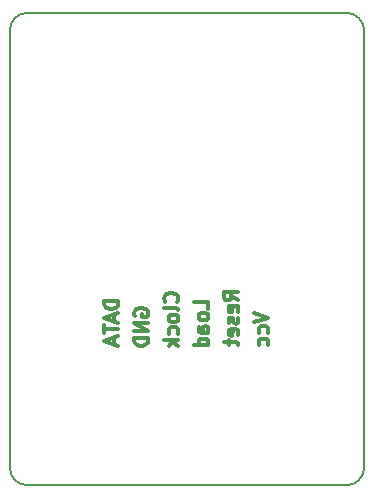
<source format=gbo>
G04 #@! TF.FileFunction,Legend,Bot*
%FSLAX46Y46*%
G04 Gerber Fmt 4.6, Leading zero omitted, Abs format (unit mm)*
G04 Created by KiCad (PCBNEW 4.0.7-e2-6376~58~ubuntu16.04.1) date Fri Aug  3 19:32:04 2018*
%MOMM*%
%LPD*%
G01*
G04 APERTURE LIST*
%ADD10C,0.100000*%
%ADD11C,0.300000*%
%ADD12C,0.150000*%
G04 APERTURE END LIST*
D10*
D11*
X144179857Y-114405000D02*
X142979857Y-114405000D01*
X142979857Y-114690715D01*
X143037000Y-114862143D01*
X143151286Y-114976429D01*
X143265571Y-115033572D01*
X143494143Y-115090715D01*
X143665571Y-115090715D01*
X143894143Y-115033572D01*
X144008429Y-114976429D01*
X144122714Y-114862143D01*
X144179857Y-114690715D01*
X144179857Y-114405000D01*
X143837000Y-115547857D02*
X143837000Y-116119286D01*
X144179857Y-115433572D02*
X142979857Y-115833572D01*
X144179857Y-116233572D01*
X142979857Y-116462143D02*
X142979857Y-117147857D01*
X144179857Y-116805000D02*
X142979857Y-116805000D01*
X143837000Y-117490714D02*
X143837000Y-118062143D01*
X144179857Y-117376429D02*
X142979857Y-117776429D01*
X144179857Y-118176429D01*
X145577000Y-115671715D02*
X145519857Y-115557429D01*
X145519857Y-115386000D01*
X145577000Y-115214572D01*
X145691286Y-115100286D01*
X145805571Y-115043143D01*
X146034143Y-114986000D01*
X146205571Y-114986000D01*
X146434143Y-115043143D01*
X146548429Y-115100286D01*
X146662714Y-115214572D01*
X146719857Y-115386000D01*
X146719857Y-115500286D01*
X146662714Y-115671715D01*
X146605571Y-115728858D01*
X146205571Y-115728858D01*
X146205571Y-115500286D01*
X146719857Y-116243143D02*
X145519857Y-116243143D01*
X146719857Y-116928858D01*
X145519857Y-116928858D01*
X146719857Y-117500286D02*
X145519857Y-117500286D01*
X145519857Y-117786001D01*
X145577000Y-117957429D01*
X145691286Y-118071715D01*
X145805571Y-118128858D01*
X146034143Y-118186001D01*
X146205571Y-118186001D01*
X146434143Y-118128858D01*
X146548429Y-118071715D01*
X146662714Y-117957429D01*
X146719857Y-117786001D01*
X146719857Y-117500286D01*
X149145571Y-114465287D02*
X149202714Y-114408144D01*
X149259857Y-114236715D01*
X149259857Y-114122429D01*
X149202714Y-113951001D01*
X149088429Y-113836715D01*
X148974143Y-113779572D01*
X148745571Y-113722429D01*
X148574143Y-113722429D01*
X148345571Y-113779572D01*
X148231286Y-113836715D01*
X148117000Y-113951001D01*
X148059857Y-114122429D01*
X148059857Y-114236715D01*
X148117000Y-114408144D01*
X148174143Y-114465287D01*
X149259857Y-115151001D02*
X149202714Y-115036715D01*
X149088429Y-114979572D01*
X148059857Y-114979572D01*
X149259857Y-115779572D02*
X149202714Y-115665286D01*
X149145571Y-115608143D01*
X149031286Y-115551000D01*
X148688429Y-115551000D01*
X148574143Y-115608143D01*
X148517000Y-115665286D01*
X148459857Y-115779572D01*
X148459857Y-115951000D01*
X148517000Y-116065286D01*
X148574143Y-116122429D01*
X148688429Y-116179572D01*
X149031286Y-116179572D01*
X149145571Y-116122429D01*
X149202714Y-116065286D01*
X149259857Y-115951000D01*
X149259857Y-115779572D01*
X149202714Y-117208143D02*
X149259857Y-117093857D01*
X149259857Y-116865286D01*
X149202714Y-116751000D01*
X149145571Y-116693857D01*
X149031286Y-116636714D01*
X148688429Y-116636714D01*
X148574143Y-116693857D01*
X148517000Y-116751000D01*
X148459857Y-116865286D01*
X148459857Y-117093857D01*
X148517000Y-117208143D01*
X149259857Y-117722428D02*
X148059857Y-117722428D01*
X148802714Y-117836714D02*
X149259857Y-118179571D01*
X148459857Y-118179571D02*
X148917000Y-117722428D01*
X151799857Y-115074858D02*
X151799857Y-114503429D01*
X150599857Y-114503429D01*
X151799857Y-115646287D02*
X151742714Y-115532001D01*
X151685571Y-115474858D01*
X151571286Y-115417715D01*
X151228429Y-115417715D01*
X151114143Y-115474858D01*
X151057000Y-115532001D01*
X150999857Y-115646287D01*
X150999857Y-115817715D01*
X151057000Y-115932001D01*
X151114143Y-115989144D01*
X151228429Y-116046287D01*
X151571286Y-116046287D01*
X151685571Y-115989144D01*
X151742714Y-115932001D01*
X151799857Y-115817715D01*
X151799857Y-115646287D01*
X151799857Y-117074858D02*
X151171286Y-117074858D01*
X151057000Y-117017715D01*
X150999857Y-116903429D01*
X150999857Y-116674858D01*
X151057000Y-116560572D01*
X151742714Y-117074858D02*
X151799857Y-116960572D01*
X151799857Y-116674858D01*
X151742714Y-116560572D01*
X151628429Y-116503429D01*
X151514143Y-116503429D01*
X151399857Y-116560572D01*
X151342714Y-116674858D01*
X151342714Y-116960572D01*
X151285571Y-117074858D01*
X151799857Y-118160572D02*
X150599857Y-118160572D01*
X151742714Y-118160572D02*
X151799857Y-118046286D01*
X151799857Y-117817715D01*
X151742714Y-117703429D01*
X151685571Y-117646286D01*
X151571286Y-117589143D01*
X151228429Y-117589143D01*
X151114143Y-117646286D01*
X151057000Y-117703429D01*
X150999857Y-117817715D01*
X150999857Y-118046286D01*
X151057000Y-118160572D01*
X154339857Y-114338287D02*
X153768429Y-113938287D01*
X154339857Y-113652572D02*
X153139857Y-113652572D01*
X153139857Y-114109715D01*
X153197000Y-114224001D01*
X153254143Y-114281144D01*
X153368429Y-114338287D01*
X153539857Y-114338287D01*
X153654143Y-114281144D01*
X153711286Y-114224001D01*
X153768429Y-114109715D01*
X153768429Y-113652572D01*
X154282714Y-115309715D02*
X154339857Y-115195429D01*
X154339857Y-114966858D01*
X154282714Y-114852572D01*
X154168429Y-114795429D01*
X153711286Y-114795429D01*
X153597000Y-114852572D01*
X153539857Y-114966858D01*
X153539857Y-115195429D01*
X153597000Y-115309715D01*
X153711286Y-115366858D01*
X153825571Y-115366858D01*
X153939857Y-114795429D01*
X154282714Y-115824000D02*
X154339857Y-115938286D01*
X154339857Y-116166858D01*
X154282714Y-116281143D01*
X154168429Y-116338286D01*
X154111286Y-116338286D01*
X153997000Y-116281143D01*
X153939857Y-116166858D01*
X153939857Y-115995429D01*
X153882714Y-115881143D01*
X153768429Y-115824000D01*
X153711286Y-115824000D01*
X153597000Y-115881143D01*
X153539857Y-115995429D01*
X153539857Y-116166858D01*
X153597000Y-116281143D01*
X154282714Y-117309715D02*
X154339857Y-117195429D01*
X154339857Y-116966858D01*
X154282714Y-116852572D01*
X154168429Y-116795429D01*
X153711286Y-116795429D01*
X153597000Y-116852572D01*
X153539857Y-116966858D01*
X153539857Y-117195429D01*
X153597000Y-117309715D01*
X153711286Y-117366858D01*
X153825571Y-117366858D01*
X153939857Y-116795429D01*
X153539857Y-117709715D02*
X153539857Y-118166858D01*
X153139857Y-117881143D02*
X154168429Y-117881143D01*
X154282714Y-117938286D01*
X154339857Y-118052572D01*
X154339857Y-118166858D01*
X155679857Y-115411430D02*
X156879857Y-115811430D01*
X155679857Y-116211430D01*
X156822714Y-117125715D02*
X156879857Y-117011429D01*
X156879857Y-116782858D01*
X156822714Y-116668572D01*
X156765571Y-116611429D01*
X156651286Y-116554286D01*
X156308429Y-116554286D01*
X156194143Y-116611429D01*
X156137000Y-116668572D01*
X156079857Y-116782858D01*
X156079857Y-117011429D01*
X156137000Y-117125715D01*
X156822714Y-118154286D02*
X156879857Y-118040000D01*
X156879857Y-117811429D01*
X156822714Y-117697143D01*
X156765571Y-117640000D01*
X156651286Y-117582857D01*
X156308429Y-117582857D01*
X156194143Y-117640000D01*
X156137000Y-117697143D01*
X156079857Y-117811429D01*
X156079857Y-118040000D01*
X156137000Y-118154286D01*
D12*
X136500000Y-90000000D02*
G75*
G03X135000000Y-91500000I0J-1500000D01*
G01*
X165000000Y-91500000D02*
G75*
G03X163500000Y-90000000I-1500000J0D01*
G01*
X163500000Y-130000000D02*
G75*
G03X165000000Y-128500000I0J1500000D01*
G01*
X135000000Y-128500000D02*
G75*
G03X136500000Y-130000000I1500000J0D01*
G01*
X135000000Y-91500000D02*
X135000000Y-128500000D01*
X163500000Y-130000000D02*
X136500000Y-130000000D01*
X165000000Y-91500000D02*
X165000000Y-128500000D01*
X136500000Y-90000000D02*
X163500000Y-90000000D01*
M02*

</source>
